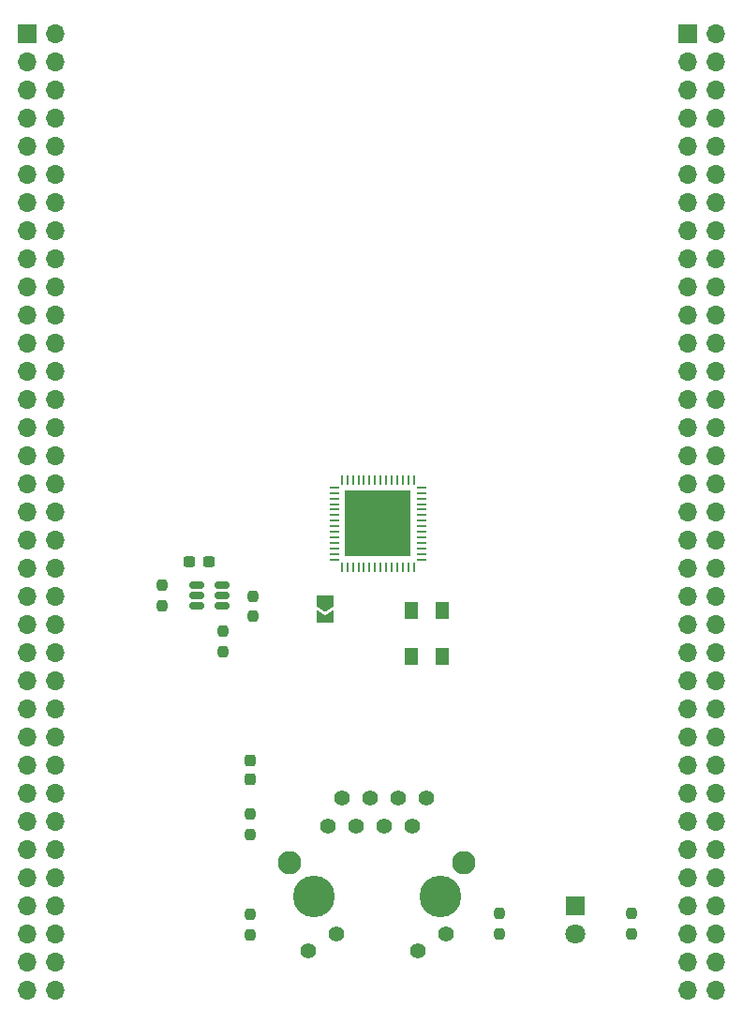
<source format=gbr>
G04 #@! TF.GenerationSoftware,KiCad,Pcbnew,7.0.1-3b83917a11~172~ubuntu22.04.1*
G04 #@! TF.CreationDate,2023-04-09T22:29:48+09:00*
G04 #@! TF.ProjectId,Akashi-13,416b6173-6869-42d3-9133-2e6b69636164,rev?*
G04 #@! TF.SameCoordinates,Original*
G04 #@! TF.FileFunction,Soldermask,Top*
G04 #@! TF.FilePolarity,Negative*
%FSLAX46Y46*%
G04 Gerber Fmt 4.6, Leading zero omitted, Abs format (unit mm)*
G04 Created by KiCad (PCBNEW 7.0.1-3b83917a11~172~ubuntu22.04.1) date 2023-04-09 22:29:48*
%MOMM*%
%LPD*%
G01*
G04 APERTURE LIST*
G04 Aperture macros list*
%AMRoundRect*
0 Rectangle with rounded corners*
0 $1 Rounding radius*
0 $2 $3 $4 $5 $6 $7 $8 $9 X,Y pos of 4 corners*
0 Add a 4 corners polygon primitive as box body*
4,1,4,$2,$3,$4,$5,$6,$7,$8,$9,$2,$3,0*
0 Add four circle primitives for the rounded corners*
1,1,$1+$1,$2,$3*
1,1,$1+$1,$4,$5*
1,1,$1+$1,$6,$7*
1,1,$1+$1,$8,$9*
0 Add four rect primitives between the rounded corners*
20,1,$1+$1,$2,$3,$4,$5,0*
20,1,$1+$1,$4,$5,$6,$7,0*
20,1,$1+$1,$6,$7,$8,$9,0*
20,1,$1+$1,$8,$9,$2,$3,0*%
%AMFreePoly0*
4,1,6,1.000000,0.000000,0.500000,-0.750000,-0.500000,-0.750000,-0.500000,0.750000,0.500000,0.750000,1.000000,0.000000,1.000000,0.000000,$1*%
%AMFreePoly1*
4,1,6,0.500000,-0.750000,-0.650000,-0.750000,-0.150000,0.000000,-0.650000,0.750000,0.500000,0.750000,0.500000,-0.750000,0.500000,-0.750000,$1*%
G04 Aperture macros list end*
%ADD10RoundRect,0.237500X-0.237500X0.250000X-0.237500X-0.250000X0.237500X-0.250000X0.237500X0.250000X0*%
%ADD11RoundRect,0.062500X0.375000X0.062500X-0.375000X0.062500X-0.375000X-0.062500X0.375000X-0.062500X0*%
%ADD12RoundRect,0.062500X0.062500X0.375000X-0.062500X0.375000X-0.062500X-0.375000X0.062500X-0.375000X0*%
%ADD13R,5.900000X5.900000*%
%ADD14RoundRect,0.150000X-0.512500X-0.150000X0.512500X-0.150000X0.512500X0.150000X-0.512500X0.150000X0*%
%ADD15R,1.200000X1.500000*%
%ADD16R,1.800000X1.800000*%
%ADD17C,1.800000*%
%ADD18C,1.397000*%
%ADD19C,3.759200*%
%ADD20C,2.108200*%
%ADD21RoundRect,0.237500X0.300000X0.237500X-0.300000X0.237500X-0.300000X-0.237500X0.300000X-0.237500X0*%
%ADD22FreePoly0,270.000000*%
%ADD23FreePoly1,270.000000*%
%ADD24RoundRect,0.237500X0.237500X-0.300000X0.237500X0.300000X-0.237500X0.300000X-0.237500X-0.300000X0*%
%ADD25RoundRect,0.237500X0.237500X-0.250000X0.237500X0.250000X-0.237500X0.250000X-0.237500X-0.250000X0*%
%ADD26R,1.700000X1.700000*%
%ADD27O,1.700000X1.700000*%
G04 APERTURE END LIST*
D10*
X143000000Y-145500000D03*
X143000000Y-147325000D03*
X120750000Y-116837500D03*
X120750000Y-118662500D03*
D11*
X135937500Y-113510000D03*
X135937500Y-113010000D03*
X135937500Y-112510000D03*
X135937500Y-112010000D03*
X135937500Y-111510000D03*
X135937500Y-111010000D03*
X135937500Y-110510000D03*
X135937500Y-110010000D03*
X135937500Y-109510000D03*
X135937500Y-109010000D03*
X135937500Y-108510000D03*
X135937500Y-108010000D03*
X135937500Y-107510000D03*
X135937500Y-107010000D03*
D12*
X135250000Y-106322500D03*
X134750000Y-106322500D03*
X134250000Y-106322500D03*
X133750000Y-106322500D03*
X133250000Y-106322500D03*
X132750000Y-106322500D03*
X132250000Y-106322500D03*
X131750000Y-106322500D03*
X131250000Y-106322500D03*
X130750000Y-106322500D03*
X130250000Y-106322500D03*
X129750000Y-106322500D03*
X129250000Y-106322500D03*
X128750000Y-106322500D03*
D11*
X128062500Y-107010000D03*
X128062500Y-107510000D03*
X128062500Y-108010000D03*
X128062500Y-108510000D03*
X128062500Y-109010000D03*
X128062500Y-109510000D03*
X128062500Y-110010000D03*
X128062500Y-110510000D03*
X128062500Y-111010000D03*
X128062500Y-111510000D03*
X128062500Y-112010000D03*
X128062500Y-112510000D03*
X128062500Y-113010000D03*
X128062500Y-113510000D03*
D12*
X128750000Y-114197500D03*
X129250000Y-114197500D03*
X129750000Y-114197500D03*
X130250000Y-114197500D03*
X130750000Y-114197500D03*
X131250000Y-114197500D03*
X131750000Y-114197500D03*
X132250000Y-114197500D03*
X132750000Y-114197500D03*
X133250000Y-114197500D03*
X133750000Y-114197500D03*
X134250000Y-114197500D03*
X134750000Y-114197500D03*
X135250000Y-114197500D03*
D13*
X132000000Y-110260000D03*
D10*
X112500000Y-115837500D03*
X112500000Y-117662500D03*
D14*
X115612500Y-115800000D03*
X115612500Y-116750000D03*
X115612500Y-117700000D03*
X117887500Y-117700000D03*
X117887500Y-116750000D03*
X117887500Y-115800000D03*
D15*
X137800000Y-122250000D03*
X137800000Y-118150000D03*
X135000000Y-118150000D03*
X135000000Y-122250000D03*
D16*
X149860000Y-144780000D03*
D17*
X149860000Y-147320000D03*
D18*
X127483000Y-137590000D03*
X128753000Y-135050000D03*
X130023000Y-137590000D03*
X131293000Y-135050000D03*
X132563000Y-137590000D03*
X133833000Y-135050000D03*
X135103000Y-137590000D03*
X136373000Y-135050000D03*
X125730000Y-148840000D03*
X128270000Y-147320000D03*
X135586000Y-148840000D03*
X138126000Y-147320000D03*
D19*
X137643000Y-143940000D03*
X126213000Y-143940000D03*
D20*
X139802998Y-140890000D03*
X124053002Y-140890000D03*
D10*
X120500000Y-145587500D03*
X120500000Y-147412500D03*
D21*
X116725000Y-113750000D03*
X115000000Y-113750000D03*
D22*
X127250000Y-117275000D03*
D23*
X127250000Y-118725000D03*
D10*
X154940000Y-145495000D03*
X154940000Y-147320000D03*
D24*
X120500000Y-133362500D03*
X120500000Y-131637500D03*
D25*
X120500000Y-138325000D03*
X120500000Y-136500000D03*
X118000000Y-121825000D03*
X118000000Y-120000000D03*
D26*
X160020000Y-66040000D03*
D27*
X162560000Y-66040000D03*
X160020000Y-68580000D03*
X162560000Y-68580000D03*
X160020000Y-71120000D03*
X162560000Y-71120000D03*
X160020000Y-73660000D03*
X162560000Y-73660000D03*
X160020000Y-76200000D03*
X162560000Y-76200000D03*
X160020000Y-78740000D03*
X162560000Y-78740000D03*
X160020000Y-81280000D03*
X162560000Y-81280000D03*
X160020000Y-83820000D03*
X162560000Y-83820000D03*
X160020000Y-86360000D03*
X162560000Y-86360000D03*
X160020000Y-88900000D03*
X162560000Y-88900000D03*
X160020000Y-91440000D03*
X162560000Y-91440000D03*
X160020000Y-93980000D03*
X162560000Y-93980000D03*
X160020000Y-96520000D03*
X162560000Y-96520000D03*
X160020000Y-99060000D03*
X162560000Y-99060000D03*
X160020000Y-101600000D03*
X162560000Y-101600000D03*
X160020000Y-104140000D03*
X162560000Y-104140000D03*
X160020000Y-106680000D03*
X162560000Y-106680000D03*
X160020000Y-109220000D03*
X162560000Y-109220000D03*
X160020000Y-111760000D03*
X162560000Y-111760000D03*
X160020000Y-114300000D03*
X162560000Y-114300000D03*
X160020000Y-116840000D03*
X162560000Y-116840000D03*
X160020000Y-119380000D03*
X162560000Y-119380000D03*
X160020000Y-121920000D03*
X162560000Y-121920000D03*
X160020000Y-124460000D03*
X162560000Y-124460000D03*
X160020000Y-127000000D03*
X162560000Y-127000000D03*
X160020000Y-129540000D03*
X162560000Y-129540000D03*
X160020000Y-132080000D03*
X162560000Y-132080000D03*
X160020000Y-134620000D03*
X162560000Y-134620000D03*
X160020000Y-137160000D03*
X162560000Y-137160000D03*
X160020000Y-139700000D03*
X162560000Y-139700000D03*
X160020000Y-142240000D03*
X162560000Y-142240000D03*
X160020000Y-144780000D03*
X162560000Y-144780000D03*
X160020000Y-147320000D03*
X162560000Y-147320000D03*
X160020000Y-149860000D03*
X162560000Y-149860000D03*
X160020000Y-152400000D03*
X162560000Y-152400000D03*
D26*
X100310000Y-66040000D03*
D27*
X102850000Y-66040000D03*
X100310000Y-68580000D03*
X102850000Y-68580000D03*
X100310000Y-71120000D03*
X102850000Y-71120000D03*
X100310000Y-73660000D03*
X102850000Y-73660000D03*
X100310000Y-76200000D03*
X102850000Y-76200000D03*
X100310000Y-78740000D03*
X102850000Y-78740000D03*
X100310000Y-81280000D03*
X102850000Y-81280000D03*
X100310000Y-83820000D03*
X102850000Y-83820000D03*
X100310000Y-86360000D03*
X102850000Y-86360000D03*
X100310000Y-88900000D03*
X102850000Y-88900000D03*
X100310000Y-91440000D03*
X102850000Y-91440000D03*
X100310000Y-93980000D03*
X102850000Y-93980000D03*
X100310000Y-96520000D03*
X102850000Y-96520000D03*
X100310000Y-99060000D03*
X102850000Y-99060000D03*
X100310000Y-101600000D03*
X102850000Y-101600000D03*
X100310000Y-104140000D03*
X102850000Y-104140000D03*
X100310000Y-106680000D03*
X102850000Y-106680000D03*
X100310000Y-109220000D03*
X102850000Y-109220000D03*
X100310000Y-111760000D03*
X102850000Y-111760000D03*
X100310000Y-114300000D03*
X102850000Y-114300000D03*
X100310000Y-116840000D03*
X102850000Y-116840000D03*
X100310000Y-119380000D03*
X102850000Y-119380000D03*
X100310000Y-121920000D03*
X102850000Y-121920000D03*
X100310000Y-124460000D03*
X102850000Y-124460000D03*
X100310000Y-127000000D03*
X102850000Y-127000000D03*
X100310000Y-129540000D03*
X102850000Y-129540000D03*
X100310000Y-132080000D03*
X102850000Y-132080000D03*
X100310000Y-134620000D03*
X102850000Y-134620000D03*
X100310000Y-137160000D03*
X102850000Y-137160000D03*
X100310000Y-139700000D03*
X102850000Y-139700000D03*
X100310000Y-142240000D03*
X102850000Y-142240000D03*
X100310000Y-144780000D03*
X102850000Y-144780000D03*
X100310000Y-147320000D03*
X102850000Y-147320000D03*
X100310000Y-149860000D03*
X102850000Y-149860000D03*
X100310000Y-152400000D03*
X102850000Y-152400000D03*
M02*

</source>
